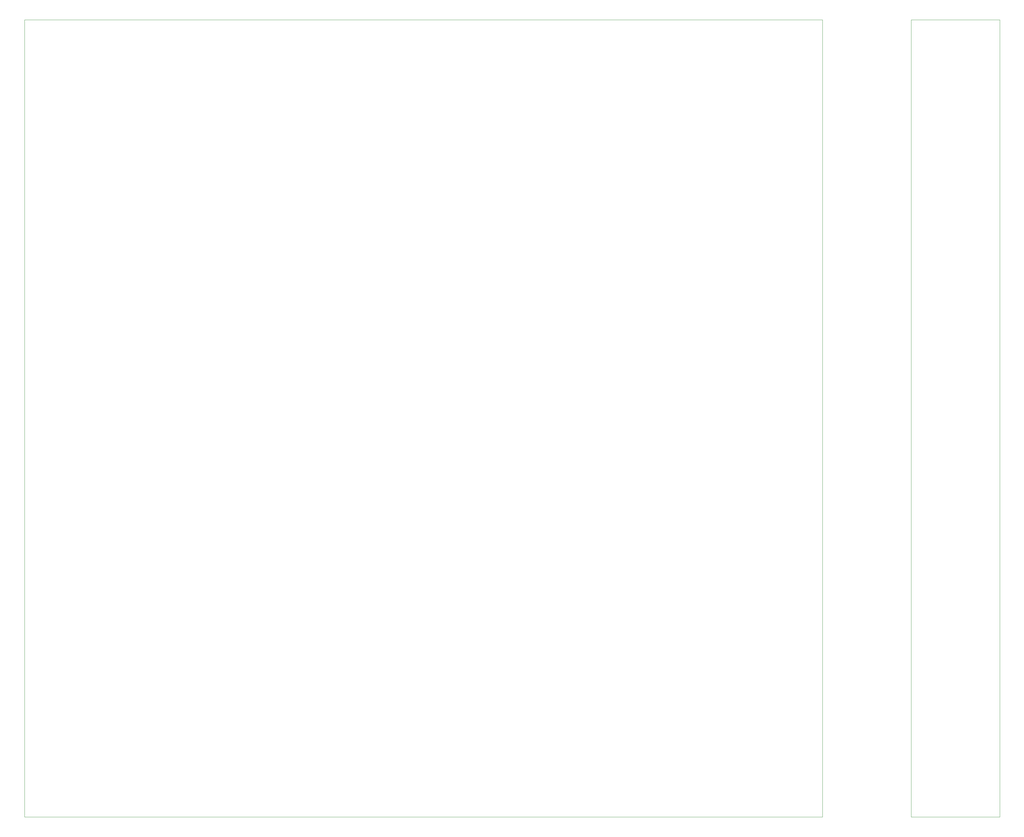
<source format=gbr>
G04 #@! TF.GenerationSoftware,KiCad,Pcbnew,(5.1.4)-1*
G04 #@! TF.CreationDate,2020-04-23T20:30:30-07:00*
G04 #@! TF.ProjectId,tetris,74657472-6973-42e6-9b69-6361645f7063,rev?*
G04 #@! TF.SameCoordinates,Original*
G04 #@! TF.FileFunction,Profile,NP*
%FSLAX46Y46*%
G04 Gerber Fmt 4.6, Leading zero omitted, Abs format (unit mm)*
G04 Created by KiCad (PCBNEW (5.1.4)-1) date 2020-04-23 20:30:30*
%MOMM*%
%LPD*%
G04 APERTURE LIST*
%ADD10C,0.050000*%
G04 APERTURE END LIST*
D10*
X266700000Y-241300000D02*
X266700000Y-12700000D01*
X292100000Y-241300000D02*
X266700000Y-241300000D01*
X292100000Y-12700000D02*
X292100000Y-241300000D01*
X266700000Y-12700000D02*
X292100000Y-12700000D01*
X12700000Y-241300000D02*
X12700000Y-12700000D01*
X241300000Y-241300000D02*
X12700000Y-241300000D01*
X241300000Y-12700000D02*
X241300000Y-241300000D01*
X12700000Y-12700000D02*
X241300000Y-12700000D01*
M02*

</source>
